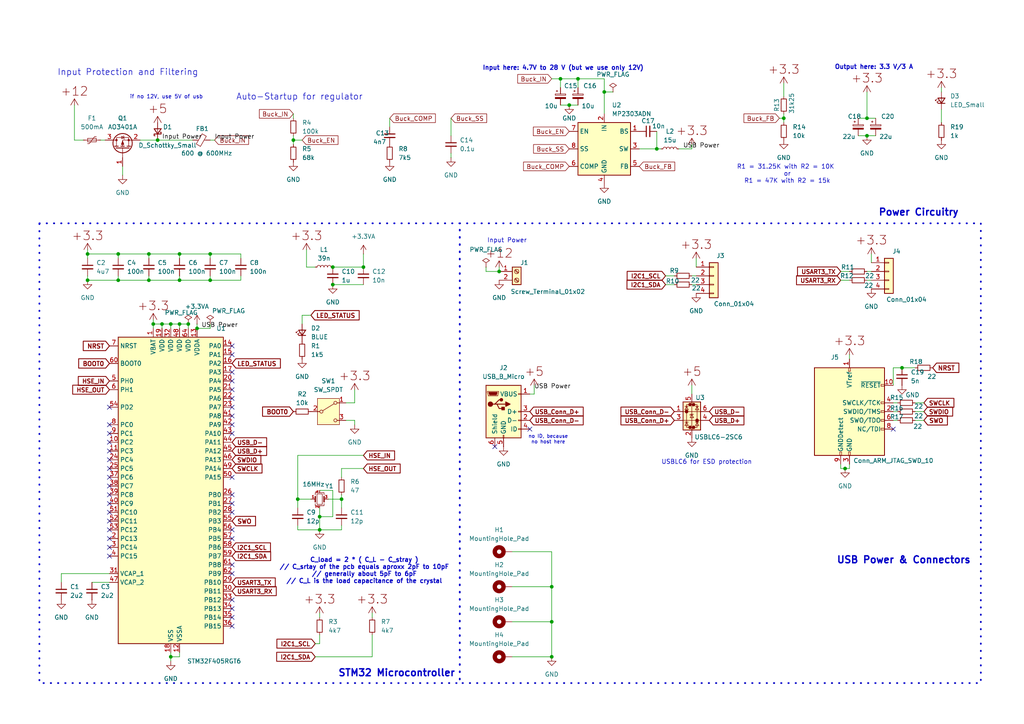
<source format=kicad_sch>
(kicad_sch (version 20231120) (generator "eeschema") (generator_version "8.0")
  (paper "A4")
  (title_block (title "STM32F4 Test Board") (date "2024-04-16") (rev "0.1") (company "MILOUDIAS"))
  (junction (at 44.45 93.98))
  (junction (at 45.72 40.64))
  (junction (at 99.06 144.78))
  (junction (at 165.1 30.48))
  (junction (at 49.53 93.98))
  (junction (at 57.15 95.25))
  (junction (at 52.07 73.66))
  (junction (at 43.18 73.66))
  (junction (at 105.41 77.47))
  (junction (at 86.36 144.78))
  (junction (at 60.96 81.28))
  (junction (at 251.46 39.37))
  (junction (at 92.71 149.86))
  (junction (at 190.5 43.18))
  (junction (at 96.52 77.47))
  (junction (at 25.4 73.66))
  (junction (at 43.18 81.28))
  (junction (at 227.33 34.29))
  (junction (at 175.26 26.67))
  (junction (at 251.46 34.29))
  (junction (at 92.71 153.67))
  (junction (at 34.29 81.28))
  (junction (at 85.09 40.64))
  (junction (at 96.52 82.55))
  (junction (at 162.56 22.86))
  (junction (at 49.53 190.5))
  (junction (at 144.78 78.74))
  (junction (at 25.4 81.28))
  (junction (at 167.64 22.86))
  (junction (at 261.62 106.68))
  (junction (at 54.61 93.98))
  (junction (at 245.11 135.89))
  (junction (at 52.07 93.98))
  (junction (at 160.02 190.5))
  (junction (at 46.99 93.98))
  (junction (at 52.07 81.28))
  (junction (at 60.96 73.66))
  (junction (at 34.29 73.66))
  (junction (at 160.02 170.18))
  (junction (at 160.02 180.34))
  (no_connect (at 67.31 176.53))
  (no_connect (at 31.75 130.81))
  (no_connect (at 67.31 181.61))
  (no_connect (at 31.75 146.05))
  (no_connect (at 67.31 179.07))
  (no_connect (at 67.31 102.87))
  (no_connect (at 31.75 151.13))
  (no_connect (at 67.31 138.43))
  (no_connect (at 31.75 161.29))
  (no_connect (at 67.31 146.05))
  (no_connect (at 31.75 153.67))
  (no_connect (at 67.31 118.11))
  (no_connect (at 67.31 166.37))
  (no_connect (at 67.31 163.83))
  (no_connect (at 67.31 156.21))
  (no_connect (at 31.75 128.27))
  (no_connect (at 67.31 115.57))
  (no_connect (at 67.31 120.65))
  (no_connect (at 67.31 110.49))
  (no_connect (at 31.75 156.21))
  (no_connect (at 31.75 143.51))
  (no_connect (at 67.31 100.33))
  (no_connect (at 31.75 135.89))
  (no_connect (at 31.75 138.43))
  (no_connect (at 31.75 140.97))
  (no_connect (at 67.31 125.73))
  (no_connect (at 31.75 125.73))
  (no_connect (at 153.67 124.46))
  (no_connect (at 31.75 133.35))
  (no_connect (at 67.31 153.67))
  (no_connect (at 67.31 143.51))
  (no_connect (at 67.31 123.19))
  (no_connect (at 67.31 113.03))
  (no_connect (at 67.31 173.99))
  (no_connect (at 67.31 148.59))
  (no_connect (at 143.51 129.54))
  (no_connect (at 31.75 123.19))
  (no_connect (at 259.08 124.46))
  (no_connect (at 67.31 107.95))
  (no_connect (at 31.75 158.75))
  (no_connect (at 31.75 148.59))
  (no_connect (at 31.75 118.11))
  (wire (pts (xy 260.35 119.38) (xy 259.08 119.38)))
  (wire (pts (xy 49.53 93.98) (xy 52.07 93.98)))
  (wire (pts (xy 25.4 72.39) (xy 25.4 73.66)))
  (wire (pts (xy 85.09 40.64) (xy 87.63 40.64)))
  (wire (pts (xy 226.06 34.29) (xy 227.33 34.29)))
  (wire (pts (xy 154.94 114.3) (xy 153.67 114.3)))
  (wire (pts (xy 44.45 93.98) (xy 44.45 95.25)))
  (wire (pts (xy 273.05 25.4) (xy 273.05 26.67)))
  (wire (pts (xy 259.08 111.76) (xy 259.08 106.68)))
  (wire (pts (xy 52.07 73.66) (xy 60.96 73.66)))
  (wire (pts (xy 49.53 93.98) (xy 49.53 95.25)))
  (wire (pts (xy 251.46 26.67) (xy 251.46 34.29)))
  (wire (pts (xy 92.71 177.8) (xy 92.71 179.07)))
  (wire (pts (xy 92.71 153.67) (xy 86.36 153.67)))
  (wire (pts (xy 44.45 92.71) (xy 44.45 93.98)))
  (wire (pts (xy 273.05 31.75) (xy 273.05 35.56)))
  (wire (pts (xy 52.07 81.28) (xy 60.96 81.28)))
  (wire (pts (xy 267.97 119.38) (xy 265.43 119.38)))
  (wire (pts (xy 31.75 168.91) (xy 26.67 168.91)))
  (wire (pts (xy 200.66 111.76) (xy 200.66 114.3)))
  (wire (pts (xy 243.84 78.74) (xy 246.38 78.74)))
  (wire (pts (xy 260.35 116.84) (xy 259.08 116.84)))
  (wire (pts (xy 35.56 48.26) (xy 35.56 50.8)))
  (wire (pts (xy 200.66 82.55) (xy 201.93 82.55)))
  (wire (pts (xy 259.08 106.68) (xy 261.62 106.68)))
  (wire (pts (xy 196.85 43.18) (xy 200.66 43.18)))
  (wire (pts (xy 102.87 116.84) (xy 102.87 113.03)))
  (wire (pts (xy 162.56 25.4) (xy 162.56 22.86)))
  (wire (pts (xy 246.38 135.89) (xy 245.11 135.89)))
  (wire (pts (xy 49.53 189.23) (xy 49.53 190.5)))
  (wire (pts (xy 251.46 81.28) (xy 252.73 81.28)))
  (wire (pts (xy 267.97 121.92) (xy 265.43 121.92)))
  (wire (pts (xy 92.71 149.86) (xy 92.71 153.67)))
  (wire (pts (xy 246.38 134.62) (xy 246.38 135.89)))
  (wire (pts (xy 24.13 40.64) (xy 21.59 40.64)))
  (wire (pts (xy 60.96 80.01) (xy 60.96 81.28)))
  (wire (pts (xy 99.06 144.78) (xy 99.06 147.32)))
  (wire (pts (xy 49.53 190.5) (xy 49.53 191.77)))
  (wire (pts (xy 34.29 80.01) (xy 34.29 81.28)))
  (wire (pts (xy 44.45 93.98) (xy 46.99 93.98)))
  (wire (pts (xy 165.1 30.48) (xy 167.64 30.48)))
  (wire (pts (xy 148.59 180.34) (xy 160.02 180.34)))
  (wire (pts (xy 91.44 77.47) (xy 88.9 77.47)))
  (wire (pts (xy 92.71 142.24) (xy 96.52 142.24)))
  (wire (pts (xy 251.46 78.74) (xy 252.73 78.74)))
  (wire (pts (xy 99.06 153.67) (xy 99.06 152.4)))
  (wire (pts (xy 167.64 22.86) (xy 167.64 25.4)))
  (wire (pts (xy 248.92 39.37) (xy 251.46 39.37)))
  (wire (pts (xy 25.4 81.28) (xy 34.29 81.28)))
  (wire (pts (xy 96.52 82.55) (xy 105.41 82.55)))
  (wire (pts (xy 52.07 93.98) (xy 52.07 95.25)))
  (wire (pts (xy 85.09 39.37) (xy 85.09 40.64)))
  (wire (pts (xy 60.96 81.28) (xy 69.85 81.28)))
  (wire (pts (xy 243.84 81.28) (xy 246.38 81.28)))
  (wire (pts (xy 99.06 143.51) (xy 99.06 144.78)))
  (wire (pts (xy 86.36 144.78) (xy 90.17 144.78)))
  (wire (pts (xy 201.93 74.93) (xy 201.93 77.47)))
  (wire (pts (xy 193.04 82.55) (xy 195.58 82.55)))
  (wire (pts (xy 227.33 34.29) (xy 227.33 35.56)))
  (wire (pts (xy 60.96 73.66) (xy 69.85 73.66)))
  (wire (pts (xy 92.71 153.67) (xy 99.06 153.67)))
  (wire (pts (xy 267.97 116.84) (xy 265.43 116.84)))
  (wire (pts (xy 175.26 26.67) (xy 177.8 26.67)))
  (wire (pts (xy 54.61 93.98) (xy 54.61 95.25)))
  (wire (pts (xy 17.78 166.37) (xy 31.75 166.37)))
  (wire (pts (xy 160.02 170.18) (xy 160.02 180.34)))
  (wire (pts (xy 34.29 73.66) (xy 34.29 74.93)))
  (wire (pts (xy 96.52 142.24) (xy 96.52 149.86)))
  (wire (pts (xy 69.85 73.66) (xy 69.85 74.93)))
  (wire (pts (xy 148.59 170.18) (xy 160.02 170.18)))
  (wire (pts (xy 261.62 106.68) (xy 265.43 106.68)))
  (wire (pts (xy 193.04 80.01) (xy 195.58 80.01)))
  (wire (pts (xy 46.99 93.98) (xy 49.53 93.98)))
  (wire (pts (xy 160.02 160.02) (xy 148.59 160.02)))
  (wire (pts (xy 60.96 73.66) (xy 60.96 74.93)))
  (wire (pts (xy 251.46 39.37) (xy 254 39.37)))
  (wire (pts (xy 140.97 78.74) (xy 144.78 78.74)))
  (wire (pts (xy 200.66 43.18) (xy 200.66 41.91)))
  (wire (pts (xy 162.56 30.48) (xy 165.1 30.48)))
  (wire (pts (xy 91.44 190.5) (xy 107.95 190.5)))
  (wire (pts (xy 175.26 26.67) (xy 175.26 22.86)))
  (wire (pts (xy 105.41 73.66) (xy 105.41 77.47)))
  (wire (pts (xy 52.07 73.66) (xy 52.07 74.93)))
  (wire (pts (xy 190.5 43.18) (xy 191.77 43.18)))
  (wire (pts (xy 260.35 121.92) (xy 259.08 121.92)))
  (wire (pts (xy 57.15 93.98) (xy 57.15 95.25)))
  (wire (pts (xy 60.96 40.64) (xy 62.23 40.64)))
  (wire (pts (xy 190.5 38.1) (xy 190.5 43.18)))
  (wire (pts (xy 57.15 95.25) (xy 60.96 95.25)))
  (wire (pts (xy 43.18 73.66) (xy 52.07 73.66)))
  (wire (pts (xy 21.59 40.64) (xy 21.59 30.48)))
  (wire (pts (xy 95.25 144.78) (xy 99.06 144.78)))
  (wire (pts (xy 40.64 40.64) (xy 45.72 40.64)))
  (wire (pts (xy 175.26 33.02) (xy 175.26 26.67)))
  (wire (pts (xy 52.07 190.5) (xy 52.07 189.23)))
  (wire (pts (xy 252.73 73.66) (xy 252.73 76.2)))
  (wire (pts (xy 60.96 93.98) (xy 60.96 95.25)))
  (wire (pts (xy 46.99 93.98) (xy 46.99 95.25)))
  (wire (pts (xy 185.42 43.18) (xy 190.5 43.18)))
  (wire (pts (xy 246.38 102.87) (xy 246.38 104.14)))
  (wire (pts (xy 130.81 44.45) (xy 130.81 45.72)))
  (wire (pts (xy 34.29 81.28) (xy 43.18 81.28)))
  (wire (pts (xy 160.02 170.18) (xy 160.02 160.02)))
  (wire (pts (xy 162.56 22.86) (xy 167.64 22.86)))
  (wire (pts (xy 25.4 80.01) (xy 25.4 81.28)))
  (wire (pts (xy 43.18 73.66) (xy 43.18 74.93)))
  (wire (pts (xy 227.33 33.02) (xy 227.33 34.29)))
  (wire (pts (xy 52.07 80.01) (xy 52.07 81.28)))
  (wire (pts (xy 248.92 34.29) (xy 251.46 34.29)))
  (wire (pts (xy 160.02 22.86) (xy 162.56 22.86)))
  (wire (pts (xy 92.71 147.32) (xy 92.71 149.86)))
  (wire (pts (xy 34.29 73.66) (xy 43.18 73.66)))
  (wire (pts (xy 102.87 123.19) (xy 102.87 121.92)))
  (wire (pts (xy 160.02 180.34) (xy 160.02 190.5)))
  (wire (pts (xy 175.26 22.86) (xy 167.64 22.86)))
  (wire (pts (xy 45.72 40.64) (xy 55.88 40.64)))
  (wire (pts (xy 140.97 77.47) (xy 140.97 78.74)))
  (wire (pts (xy 107.95 190.5) (xy 107.95 184.15)))
  (wire (pts (xy 90.17 91.44) (xy 87.63 91.44)))
  (wire (pts (xy 100.33 116.84) (xy 102.87 116.84)))
  (wire (pts (xy 148.59 190.5) (xy 160.02 190.5)))
  (wire (pts (xy 43.18 81.28) (xy 52.07 81.28)))
  (wire (pts (xy 86.36 132.08) (xy 86.36 144.78)))
  (wire (pts (xy 200.66 80.01) (xy 201.93 80.01)))
  (wire (pts (xy 243.84 134.62) (xy 243.84 135.89)))
  (wire (pts (xy 105.41 132.08) (xy 86.36 132.08)))
  (wire (pts (xy 243.84 135.89) (xy 245.11 135.89)))
  (wire (pts (xy 227.33 24.13) (xy 227.33 27.94)))
  (wire (pts (xy 86.36 153.67) (xy 86.36 152.4)))
  (wire (pts (xy 85.09 33.02) (xy 85.09 34.29)))
  (wire (pts (xy 96.52 149.86) (xy 92.71 149.86)))
  (wire (pts (xy 43.18 80.01) (xy 43.18 81.28)))
  (wire (pts (xy 17.78 166.37) (xy 17.78 168.91)))
  (wire (pts (xy 107.95 177.8) (xy 107.95 179.07)))
  (wire (pts (xy 86.36 147.32) (xy 86.36 144.78)))
  (wire (pts (xy 25.4 73.66) (xy 25.4 74.93)))
  (wire (pts (xy 96.52 77.47) (xy 105.41 77.47)))
  (wire (pts (xy 92.71 186.69) (xy 92.71 184.15)))
  (wire (pts (xy 88.9 77.47) (xy 88.9 72.39)))
  (wire (pts (xy 99.06 135.89) (xy 105.41 135.89)))
  (wire (pts (xy 102.87 121.92) (xy 100.33 121.92)))
  (wire (pts (xy 113.03 34.29) (xy 113.03 36.83)))
  (wire (pts (xy 49.53 190.5) (xy 52.07 190.5)))
  (wire (pts (xy 52.07 93.98) (xy 54.61 93.98)))
  (wire (pts (xy 29.21 40.64) (xy 30.48 40.64)))
  (wire (pts (xy 144.78 77.47) (xy 144.78 78.74)))
  (wire (pts (xy 25.4 73.66) (xy 34.29 73.66)))
  (wire (pts (xy 91.44 186.69) (xy 92.71 186.69)))
  (wire (pts (xy 85.09 40.64) (xy 85.09 41.91)))
  (wire (pts (xy 69.85 81.28) (xy 69.85 80.01)))
  (wire (pts (xy 99.06 138.43) (xy 99.06 135.89)))
  (wire (pts (xy 130.81 34.29) (xy 130.81 39.37)))
  (wire (pts (xy 251.46 34.29) (xy 254 34.29)))
  (wire (pts (xy 87.63 91.44) (xy 87.63 93.98)))
  (wire (pts (xy 154.94 111.76) (xy 154.94 114.3)))
  (rectangle (start 133.35 64.77) (end 284.48 198.12) (stroke (width 0.5) (type dot)))
  (rectangle (start 11.43 64.77) (end 133.35 198.12) (stroke (width 0.5) (type dot)))
  (text "Input here: 4.7V to 28 V (but we use only 12V) " (at 163.83 19.812 0) (effects (font (size 1.27 1.27) (bold yes))))
  (text "Power Circuitry" (at 266.446 61.722 0) (effects (font (size 2 2) (bold yes))))
  (text "Input Protection and Filtering" (at 37.084 21.082 0) (effects (font (size 1.8 1.8))))
  (text "USB Power & Connectors" (at 262.128 162.56 0) (effects (font (size 2 2) (bold yes))))
  (text "if no 12V, use 5V of usb" (at 48.26 28.194 0) (effects (font (size 1.1 1.1))))
  (text "Output here: 3.3 V/3 A" (at 253.492 19.558 0) (effects (font (size 1.27 1.27) (bold yes))))
  (text "STM32 Microcontroller" (at 115.062 195.326 0) (effects (font (size 2 2) (bold yes))))
  (text "R1 = 31.25K with R2 = 10K \nor\nR1 = 47K with R2 = 15k" (at 228.346 50.546 0) (effects (font (size 1.27 1.27))))
  (text "C_load = 2 * ( C_L - C_stray )\n// C_srtay of the pcb equals aproxx 2pF to 10pF\n// generally about 5pF to 6pF\n// C_L is the load capacitance of the crystal" (at 105.664 165.608 0) (effects (font (size 1.27 1.27) (thickness 0.254) (bold yes))))
  (text "no ID, because\nno host here" (at 159.004 127.508 0) (effects (font (size 1 1))))
  (text "USBLC6 for ESD protection" (at 204.978 134.112 0) (effects (font (size 1.27 1.27))))
  (text "Input Power" (at 147.066 69.85 0) (effects (font (size 1.27 1.27))))
  (text "Auto-Startup for regulator" (at 86.868 28.194 0) (effects (font (size 1.8 1.8))))
  (label "USB Power" (at 198.12 43.18 0))
  (label "Input Power" (at 62.23 40.64 0))
  (label "USB Power" (at 154.94 113.03 0))
  (label "Input Power" (at 46.99 40.64 0))
  (label "USB Power" (at 58.42 95.25 0))
  (global_label "SWDIO" (shape input) (at 67.31 133.35 0) (effects (font (size 1.22 1.22) (bold yes))) (property "Intersheetrefs" "${INTERSHEET_REFS}" (effects (hide yes))))
  (global_label "Buck_EN" (shape input) (at 87.63 40.64 0) (property "Intersheetrefs" "${INTERSHEET_REFS}" (effects (hide yes))))
  (global_label "USART3_RX" (shape input) (at 67.31 171.45 0) (effects (font (size 1.22 1.22) (bold yes))) (property "Intersheetrefs" "${INTERSHEET_REFS}" (effects (hide yes))))
  (global_label "Buck_FB" (shape input) (at 226.06 34.29 180) (property "Intersheetrefs" "${INTERSHEET_REFS}" (effects (hide yes))))
  (global_label "SWDIO" (shape input) (at 267.97 119.38 0) (effects (font (size 1.22 1.22) (bold yes))) (property "Intersheetrefs" "${INTERSHEET_REFS}" (effects (hide yes))))
  (global_label "BOOT0" (shape input) (at 85.09 119.38 180) (effects (font (thickness 0.254) (bold yes))) (property "Intersheetrefs" "${INTERSHEET_REFS}" (effects (hide yes))))
  (global_label "HSE_OUT" (shape input) (at 31.75 113.03 180) (effects (font (size 1.22 1.22) (bold yes))) (property "Intersheetrefs" "${INTERSHEET_REFS}" (effects (hide yes))))
  (global_label "I2C1_SDA" (shape input) (at 67.31 161.29 0) (effects (font (size 1.22 1.22) (bold yes))) (property "Intersheetrefs" "${INTERSHEET_REFS}" (effects (hide yes))))
  (global_label "USB_D-" (shape input) (at 67.31 128.27 0) (effects (font (size 1.22 1.22) (bold yes))) (property "Intersheetrefs" "${INTERSHEET_REFS}" (effects (hide yes))))
  (global_label "SWCLK" (shape input) (at 267.97 116.84 0) (effects (font (size 1.22 1.22) (bold yes))) (property "Intersheetrefs" "${INTERSHEET_REFS}" (effects (hide yes))))
  (global_label "Buck_IN" (shape input) (at 85.09 33.02 180) (property "Intersheetrefs" "${INTERSHEET_REFS}" (effects (hide yes))))
  (global_label "USB_D+" (shape input) (at 205.74 121.92 0) (effects (font (size 1.22 1.22) (bold yes))) (property "Intersheetrefs" "${INTERSHEET_REFS}" (effects (hide yes))))
  (global_label "Buck_COMP" (shape input) (at 113.03 34.29 0) (property "Intersheetrefs" "${INTERSHEET_REFS}" (effects (hide yes))))
  (global_label "USB_Conn_D-" (shape input) (at 195.58 119.38 180) (effects (font (size 1.22 1.22) (bold yes))) (property "Intersheetrefs" "${INTERSHEET_REFS}" (effects (hide yes))))
  (global_label "Buck_IN" (shape input) (at 62.23 40.64 0) (property "Intersheetrefs" "${INTERSHEET_REFS}" (effects (hide yes))))
  (global_label "I2C1_SDA" (shape input) (at 91.44 190.5 180) (effects (font (size 1.22 1.22) (bold yes))) (property "Intersheetrefs" "${INTERSHEET_REFS}" (effects (hide yes))))
  (global_label "USB_Conn_D+" (shape input) (at 195.58 121.92 180) (effects (font (size 1.22 1.22) (bold yes))) (property "Intersheetrefs" "${INTERSHEET_REFS}" (effects (hide yes))))
  (global_label "HSE_IN" (shape input) (at 105.41 132.08 0) (effects (font (size 1.22 1.22) (bold yes))) (property "Intersheetrefs" "${INTERSHEET_REFS}" (effects (hide yes))))
  (global_label "Buck_COMP" (shape input) (at 165.1 48.26 180) (property "Intersheetrefs" "${INTERSHEET_REFS}" (effects (hide yes))))
  (global_label "NRST" (shape input) (at 31.75 100.33 180) (effects (font (thickness 0.254) (bold yes))) (property "Intersheetrefs" "${INTERSHEET_REFS}" (effects (hide yes))))
  (global_label "USART3_TX" (shape input) (at 67.31 168.91 0) (effects (font (size 1.22 1.22) (bold yes))) (property "Intersheetrefs" "${INTERSHEET_REFS}" (effects (hide yes))))
  (global_label "I2C1_SCL" (shape input) (at 67.31 158.75 0) (effects (font (size 1.22 1.22) (bold yes))) (property "Intersheetrefs" "${INTERSHEET_REFS}" (effects (hide yes))))
  (global_label "Buck_FB" (shape input) (at 185.42 48.26 0) (property "Intersheetrefs" "${INTERSHEET_REFS}" (effects (hide yes))))
  (global_label "Buck_SS" (shape input) (at 165.1 43.18 180) (property "Intersheetrefs" "${INTERSHEET_REFS}" (effects (hide yes))))
  (global_label "USART3_TX" (shape input) (at 243.84 78.74 180) (effects (font (size 1.22 1.22) (bold yes))) (property "Intersheetrefs" "${INTERSHEET_REFS}" (effects (hide yes))))
  (global_label "Buck_EN" (shape input) (at 165.1 38.1 180) (property "Intersheetrefs" "${INTERSHEET_REFS}" (effects (hide yes))))
  (global_label "SWCLK" (shape input) (at 67.31 135.89 0) (effects (font (size 1.22 1.22) (bold yes))) (property "Intersheetrefs" "${INTERSHEET_REFS}" (effects (hide yes))))
  (global_label "Buck_SS" (shape input) (at 130.81 34.29 0) (property "Intersheetrefs" "${INTERSHEET_REFS}" (effects (hide yes))))
  (global_label "SWO" (shape input) (at 267.97 121.92 0) (effects (font (bold yes))) (property "Intersheetrefs" "${INTERSHEET_REFS}" (effects (hide yes))))
  (global_label "LED_STATUS" (shape input) (at 67.31 105.41 0) (effects (font (bold yes))) (property "Intersheetrefs" "${INTERSHEET_REFS}" (effects (hide yes))))
  (global_label "NRST" (shape input) (at 270.51 106.68 0) (effects (font (thickness 0.254) (bold yes))) (property "Intersheetrefs" "${INTERSHEET_REFS}" (effects (hide yes))))
  (global_label "USB_D+" (shape input) (at 67.31 130.81 0) (effects (font (size 1.22 1.22) (bold yes))) (property "Intersheetrefs" "${INTERSHEET_REFS}" (effects (hide yes))))
  (global_label "HSE_IN" (shape input) (at 31.75 110.49 180) (effects (font (size 1.22 1.22) (bold yes))) (property "Intersheetrefs" "${INTERSHEET_REFS}" (effects (hide yes))))
  (global_label "USART3_RX" (shape input) (at 243.84 81.28 180) (effects (font (size 1.22 1.22) (bold yes))) (property "Intersheetrefs" "${INTERSHEET_REFS}" (effects (hide yes))))
  (global_label "USB_Conn_D-" (shape input) (at 153.67 121.92 0) (effects (font (size 1.22 1.22) (bold yes))) (property "Intersheetrefs" "${INTERSHEET_REFS}" (effects (hide yes))))
  (global_label "HSE_OUT" (shape input) (at 105.41 135.89 0) (effects (font (size 1.22 1.22) (bold yes))) (property "Intersheetrefs" "${INTERSHEET_REFS}" (effects (hide yes))))
  (global_label "BOOT0" (shape input) (at 31.75 105.41 180) (effects (font (thickness 0.254) (bold yes))) (property "Intersheetrefs" "${INTERSHEET_REFS}" (effects (hide yes))))
  (global_label "USB_Conn_D+" (shape input) (at 153.67 119.38 0) (effects (font (size 1.22 1.22) (bold yes))) (property "Intersheetrefs" "${INTERSHEET_REFS}" (effects (hide yes))))
  (global_label "LED_STATUS" (shape input) (at 90.17 91.44 0) (effects (font (bold yes))) (property "Intersheetrefs" "${INTERSHEET_REFS}" (effects (hide yes))))
  (global_label "I2C1_SCL" (shape input) (at 193.04 80.01 180) (effects (font (size 1.22 1.22) (bold yes))) (property "Intersheetrefs" "${INTERSHEET_REFS}" (effects (hide yes))))
  (global_label "SWO" (shape input) (at 67.31 151.13 0) (effects (font (bold yes))) (property "Intersheetrefs" "${INTERSHEET_REFS}" (effects (hide yes))))
  (global_label "Buck_IN" (shape input) (at 160.02 22.86 180) (property "Intersheetrefs" "${INTERSHEET_REFS}" (effects (hide yes))))
  (global_label "I2C1_SCL" (shape input) (at 91.44 186.69 180) (effects (font (size 1.22 1.22) (bold yes))) (property "Intersheetrefs" "${INTERSHEET_REFS}" (effects (hide yes))))
  (global_label "I2C1_SDA" (shape input) (at 193.04 82.55 180) (effects (font (size 1.22 1.22) (bold yes))) (property "Intersheetrefs" "${INTERSHEET_REFS}" (effects (hide yes))))
  (global_label "USB_D-" (shape input) (at 205.74 119.38 0) (effects (font (size 1.22 1.22) (bold yes))) (property "Intersheetrefs" "${INTERSHEET_REFS}" (effects (hide yes))))
  (symbol (lib_id "Mechanical:MountingHole_Pad") (at 146.05 180.34 90) (unit 1) (exclude_from_sim yes) (in_bom no)
    (property "Reference" "H3" (at 144.78 173.99 90))
    (property "Value" "MountingHole_Pad" (at 144.78 176.53 90))
    (property "Footprint" "MountingHole:MountingHole_2.2mm_M2_ISO7380_Pad" (effects (hide yes)))
    (property "Description" "Mounting Hole with connection" (effects (hide yes)))
  )
  (symbol (lib_id "MCU_ST_STM32F4:STM32F405RGTx") (at 49.53 143.51 0) (unit 1)
    (property "Reference" "U1" (at 62.738 95.25 0) (effects (justify left)))
    (property "Value" "STM32F405RGT6" (at 54.2641 191.77 0) (effects (justify left)))
    (property "Footprint" "Package_QFP:LQFP-64_10x10mm_P0.5mm" (effects (hide yes)))
    (property "Datasheet" "https://www.st.com/resource/en/datasheet/stm32f405rg.pdf" (effects (hide yes)))
    (property "Description" "STMicroelectronics Arm Cortex-M4 MCU, 1024KB flash, 192KB RAM, 168 MHz, 1.8-3.6V, 51 GPIO, LQFP64" (effects (hide yes)))
  )
  (symbol (lib_id "Device:R_Small") (at 262.89 116.84 270) (unit 1)
    (property "Reference" "R15" (at 260.096 115.316 90))
    (property "Value" "22" (at 266.446 117.856 90))
    (property "Footprint" "Resistor_SMD:R_0402_1005Metric_Pad0.72x0.64mm_HandSolder" (effects (hide yes)))
    (property "Description" "Resistor, small symbol" (effects (hide yes)))
  )
  (symbol (lib_id "Device:C_Small") (at 60.96 77.47 0) (unit 1)
    (property "Reference" "C7" (at 63.5 76.2062 0) (effects (justify left)))
    (property "Value" "100n" (at 63.5 78.7462 0) (effects (justify left)))
    (property "Footprint" "Capacitor_SMD:C_0201_0603Metric_Pad0.64x0.40mm_HandSolder" (effects (hide yes)))
    (property "Description" "Unpolarized capacitor, small symbol" (effects (hide yes)))
  )
  (symbol (lib_id "Connector:USB_B_Micro") (at 146.05 119.38 0) (unit 1)
    (property "Reference" "J2" (at 146.05 106.68 0))
    (property "Value" "USB_B_Micro" (at 146.05 109.22 0))
    (property "Footprint" "Connector_USB:USB_Micro-AB_Molex_47590-0001" (effects (hide yes)))
    (property "Description" "USB Micro Type B connector" (effects (hide yes)))
  )
  (symbol (lib_id "Device:C_Small") (at 43.18 77.47 0) (unit 1)
    (property "Reference" "C5" (at 45.72 76.2062 0) (effects (justify left)))
    (property "Value" "100n" (at 45.72 78.7462 0) (effects (justify left)))
    (property "Footprint" "Capacitor_SMD:C_0201_0603Metric_Pad0.64x0.40mm_HandSolder" (effects (hide yes)))
    (property "Description" "Unpolarized capacitor, small symbol" (effects (hide yes)))
  )
  (symbol (lib_id "Device:Polyfuse_Small") (at 26.67 40.64 90) (unit 1)
    (property "Reference" "F1" (at 26.67 34.29 90))
    (property "Value" "500mA" (at 26.67 36.83 90))
    (property "Footprint" "Fuse:Fuse_1206_3216Metric_Pad1.42x1.75mm_HandSolder" (effects (hide yes)))
    (property "Description" "Resettable fuse, polymeric positive temperature coefficient, small symbol" (effects (hide yes)))
  )
  (symbol (lib_id "Device:C_Small") (at 130.81 41.91 0) (unit 1)
    (property "Reference" "C14" (at 133.35 40.6462 0) (effects (justify left)))
    (property "Value" "0.1u" (at 133.35 43.1862 0) (effects (justify left)))
    (property "Footprint" "Capacitor_SMD:C_0201_0603Metric_Pad0.64x0.40mm_HandSolder" (effects (hide yes)))
    (property "Description" "Unpolarized capacitor, small symbol" (effects (hide yes)))
  )
  (symbol (lib_id "Device:R_Small") (at 267.97 106.68 270) (unit 1)
    (property "Reference" "R18" (at 265.684 104.902 90))
    (property "Value" "22" (at 270.256 109.22 90))
    (property "Footprint" "Resistor_SMD:R_0402_1005Metric_Pad0.72x0.64mm_HandSolder" (effects (hide yes)))
    (property "Description" "Resistor, small symbol" (effects (hide yes)))
  )
  (symbol (lib_id "Device:C_Small") (at 86.36 149.86 0) (unit 1)
    (property "Reference" "C9" (at 88.9 148.5962 0) (effects (justify left)))
    (property "Value" "12p" (at 88.9 151.1362 0) (effects (justify left)))
    (property "Footprint" "Capacitor_SMD:C_0201_0603Metric_Pad0.64x0.40mm_HandSolder" (effects (hide yes)))
    (property "Description" "Unpolarized capacitor, small symbol" (effects (hide yes)))
  )
  (symbol (lib_id "PCM_Generic:P,+12") (at 144.78 77.47 0) (unit 1)
    (property "Reference" "#PWR023" (effects (hide yes)))
    (property "Value" "P,+12" (effects (hide yes)))
    (property "Description" "+12 positive potential/voltage (global DC power supply node)" (effects (hide yes)))
  )
  (symbol (lib_id "Device:C_Small") (at 69.85 77.47 0) (unit 1)
    (property "Reference" "C8" (at 72.39 76.2062 0) (effects (justify left)))
    (property "Value" "100n" (at 72.39 78.7462 0) (effects (justify left)))
    (property "Footprint" "Capacitor_SMD:C_0201_0603Metric_Pad0.64x0.40mm_HandSolder" (effects (hide yes)))
    (property "Description" "Unpolarized capacitor, small symbol" (effects (hide yes)))
  )
  (symbol (lib_id "Device:LED_Small") (at 87.63 96.52 90) (unit 1)
    (property "Reference" "D2" (at 90.17 95.1864 90) (effects (justify right)))
    (property "Value" "BLUE" (at 90.17 97.7264 90) (effects (justify right)))
    (property "Footprint" "LED_SMD:LED_0603_1608Metric_Pad1.05x0.95mm_HandSolder" (effects (hide yes)))
    (property "Description" "Light emitting diode, small symbol" (effects (hide yes)))
  )
  (symbol (lib_id "power:GND") (at 200.66 127 0) (unit 1)
    (property "Reference" "#PWR032" (effects (hide yes)))
    (property "Value" "GND" (at 200.66 132.08 0))
    (property "Description" "Power symbol creates a global label with name \"GND\" , ground" (effects (hide yes)))
  )
  (symbol (lib_id "Connector_Generic:Conn_01x04") (at 207.01 80.01 0) (unit 1)
    (property "Reference" "J3" (at 207.772 74.168 0) (effects (justify left)))
    (property "Value" "Conn_01x04" (at 207.01 88.138 0) (effects (justify left)))
    (property "Footprint" "Connector:FanPinHeader_1x04_P2.54mm_Vertical" (effects (hide yes)))
    (property "Description" "Generic connector, single row, 01x04, script generated (kicad-library-utils/schlib/autogen/connector/)" (effects (hide yes)))
  )
  (symbol (lib_id "power:GND") (at 85.09 46.99 0) (unit 1)
    (property "Reference" "#PWR016" (effects (hide yes)))
    (property "Value" "GND" (at 85.09 52.07 0))
    (property "Description" "Power symbol creates a global label with name \"GND\" , ground" (effects (hide yes)))
  )
  (symbol (lib_id "Device:R_Small") (at 248.92 81.28 270) (unit 1)
    (property "Reference" "R12" (at 245.618 80.01 90))
    (property "Value" "22" (at 251.968 82.804 90))
    (property "Footprint" "Resistor_SMD:R_0402_1005Metric_Pad0.72x0.64mm_HandSolder" (effects (hide yes)))
    (property "Description" "Resistor, small symbol" (effects (hide yes)))
  )
  (symbol (lib_id "Device:C_Small") (at 25.4 77.47 0) (unit 1)
    (property "Reference" "C2" (at 27.94 76.2062 0) (effects (justify left)))
    (property "Value" "4u7" (at 27.94 78.7462 0) (effects (justify left)))
    (property "Footprint" "Capacitor_SMD:C_1206_3216Metric_Pad1.33x1.80mm_HandSolder" (effects (hide yes)))
    (property "Description" "Unpolarized capacitor, small symbol" (effects (hide yes)))
  )
  (symbol (lib_id "PCM_Generic:P,+3.3") (at 44.45 92.71 0) (unit 1)
    (property "Reference" "#PWR07" (effects (hide yes)))
    (property "Value" "P,+3.3" (effects (hide yes)))
    (property "Description" "+3.3 positive potential/voltage (global DC power supply node)" (effects (hide yes)))
  )
  (symbol (lib_id "PCM_Generic:P,+3.3") (at 227.33 24.13 0) (unit 1)
    (property "Reference" "#PWR043" (effects (hide yes)))
    (property "Value" "P,+3.3" (effects (hide yes)))
    (property "Description" "+3.3 positive potential/voltage (global DC power supply node)" (effects (hide yes)))
  )
  (symbol (lib_id "Device:C_Small") (at 261.62 109.22 0) (unit 1)
    (property "Reference" "C19" (at 264.16 107.9562 0) (effects (justify left)))
    (property "Value" "5n" (at 264.16 110.4962 0) (effects (justify left)))
    (property "Footprint" "Capacitor_SMD:C_0201_0603Metric_Pad0.64x0.40mm_HandSolder" (effects (hide yes)))
    (property "Description" "Unpolarized capacitor, small symbol" (effects (hide yes)))
  )
  (symbol (lib_id "power:GND") (at 144.78 81.28 0) (unit 1)
    (property "Reference" "#PWR024" (effects (hide yes)))
    (property "Value" "GND" (at 144.78 86.36 0))
    (property "Description" "Power symbol creates a global label with name \"GND\" , ground" (effects (hide yes)))
  )
  (symbol (lib_id "Device:C_Small") (at 99.06 149.86 0) (unit 1)
    (property "Reference" "C11" (at 101.6 148.5962 0) (effects (justify left)))
    (property "Value" "12p" (at 101.6 151.1362 0) (effects (justify left)))
    (property "Footprint" "Capacitor_SMD:C_0201_0603Metric_Pad0.64x0.40mm_HandSolder" (effects (hide yes)))
    (property "Description" "Unpolarized capacitor, small symbol" (effects (hide yes)))
  )
  (symbol (lib_id "Device:R_Small") (at 85.09 44.45 180) (unit 1)
    (property "Reference" "R5" (at 87.63 43.1799 0) (effects (justify right)))
    (property "Value" "68k" (at 87.63 45.7199 0) (effects (justify right)))
    (property "Footprint" "Resistor_SMD:R_0603_1608Metric_Pad0.98x0.95mm_HandSolder" (effects (hide yes)))
    (property "Description" "Resistor, small symbol" (effects (hide yes)))
  )
  (symbol (lib_id "Device:C_Small") (at 96.52 80.01 0) (unit 1)
    (property "Reference" "C10" (at 99.06 78.7462 0) (effects (justify left)))
    (property "Value" "1u" (at 99.06 81.2862 0) (effects (justify left)))
    (property "Footprint" "Capacitor_SMD:C_1206_3216Metric_Pad1.33x1.80mm_HandSolder" (effects (hide yes)))
    (property "Description" "Unpolarized capacitor, small symbol" (effects (hide yes)))
  )
  (symbol (lib_id "Device:R_Small") (at 99.06 140.97 0) (unit 1)
    (property "Reference" "R6" (at 101.6 139.6999 0) (effects (justify left)))
    (property "Value" "47" (at 101.6 142.2399 0) (effects (justify left)))
    (property "Footprint" "Resistor_SMD:R_0402_1005Metric_Pad0.72x0.64mm_HandSolder" (effects (hide yes)))
    (property "Description" "Resistor, small symbol" (effects (hide yes)))
  )
  (symbol (lib_id "PCM_Generic:P,+3.3") (at 107.95 177.8 0) (unit 1)
    (property "Reference" "#PWR020" (effects (hide yes)))
    (property "Value" "P,+3.3" (effects (hide yes)))
    (property "Description" "+3.3 positive potential/voltage (global DC power supply node)" (effects (hide yes)))
  )
  (symbol (lib_id "Device:R_Small") (at 198.12 82.55 270) (unit 1)
    (property "Reference" "R10" (at 195.072 81.534 90))
    (property "Value" "22" (at 201.93 83.566 90))
    (property "Footprint" "Resistor_SMD:R_0402_1005Metric_Pad0.72x0.64mm_HandSolder" (effects (hide yes)))
    (property "Description" "Resistor, small symbol" (effects (hide yes)))
  )
  (symbol (lib_id "PCM_Generic:P,+3.3") (at 273.05 25.4 0) (unit 1)
    (property "Reference" "#PWR041" (effects (hide yes)))
    (property "Value" "P,+3.3" (effects (hide yes)))
    (property "Description" "+3.3 positive potential/voltage (global DC power supply node)" (effects (hide yes)))
  )
  (symbol (lib_id "Connector_Generic:Conn_01x04") (at 257.81 78.74 0) (unit 1)
    (property "Reference" "J4" (at 258.826 72.898 0) (effects (justify left)))
    (property "Value" "Conn_01x04" (at 257.048 86.868 0) (effects (justify left)))
    (property "Footprint" "Connector:FanPinHeader_1x04_P2.54mm_Vertical" (effects (hide yes)))
    (property "Description" "Generic connector, single row, 01x04, script generated (kicad-library-utils/schlib/autogen/connector/)" (effects (hide yes)))
  )
  (symbol (lib_id "PCM_Generic:P,+12") (at 21.59 30.48 0) (unit 1)
    (property "Reference" "#PWR02" (effects (hide yes)))
    (property "Value" "P,+12" (effects (hide yes)))
    (property "Description" "+12 positive potential/voltage (global DC power supply node)" (effects (hide yes)))
  )
  (symbol (lib_id "power:GND") (at 273.05 40.64 0) (unit 1)
    (property "Reference" "#PWR042" (effects (hide yes)))
    (property "Value" "GND" (at 273.05 45.72 0))
    (property "Description" "Power symbol creates a global label with name \"GND\" , ground" (effects (hide yes)))
  )
  (symbol (lib_id "Device:R_Small") (at 273.05 38.1 180) (unit 1)
    (property "Reference" "R19" (at 275.59 36.8299 0) (effects (justify right)))
    (property "Value" "1k" (at 275.59 39.3699 0) (effects (justify right)))
    (property "Footprint" "Resistor_SMD:R_0603_1608Metric_Pad0.98x0.95mm_HandSolder" (effects (hide yes)))
    (property "Description" "Resistor, small symbol" (effects (hide yes)))
  )
  (symbol (lib_id "Power_Protection:USBLC6-2SC6") (at 200.66 119.38 0) (unit 1)
    (property "Reference" "U3" (at 201.676 115.316 0) (effects (justify left)))
    (property "Value" "USBLC6-2SC6" (at 201.422 126.746 0) (effects (justify left)))
    (property "Footprint" "Package_TO_SOT_SMD:SOT-23-6" (effects (hide yes)))
    (property "Datasheet" "https://www.st.com/resource/en/datasheet/usblc6-2.pdf" (effects (hide yes)))
    (property "Description" "Very low capacitance ESD protection diode, 2 data-line, SOT-23-6" (effects (hide yes)))
  )
  (symbol (lib_id "Device:R_Small") (at 87.63 119.38 90) (unit 1)
    (property "Reference" "R2" (at 87.63 114.3 90))
    (property "Value" "10k" (at 87.63 116.84 90))
    (property "Footprint" "Resistor_SMD:R_0603_1608Metric_Pad0.98x0.95mm_HandSolder" (effects (hide yes)))
    (property "Description" "Resistor, small symbol" (effects (hide yes)))
  )
  (symbol (lib_id "Device:C_Polarized_Small") (at 167.64 27.94 0) (unit 1)
    (property "Reference" "C16" (at 169.164 24.892 0) (effects (justify left)))
    (property "Value" "10u" (at 168.656 30.734 0) (effects (justify left)))
    (property "Footprint" "Capacitor_SMD:C_1206_3216Metric_Pad1.33x1.80mm_HandSolder" (effects (hide yes)))
    (property "Description" "Polarized capacitor, small symbol" (effects (hide yes)))
  )
  (symbol (lib_id "power:GND") (at 17.78 173.99 0) (unit 1)
    (property "Reference" "#PWR01" (effects (hide yes)))
    (property "Value" "GND" (at 17.78 179.07 0))
    (property "Description" "Power symbol creates a global label with name \"GND\" , ground" (effects (hide yes)))
  )
  (symbol (lib_id "Transistor_FET:AO3401A") (at 35.56 43.18 90) (unit 1)
    (property "Reference" "Q1" (at 35.56 34.29 90))
    (property "Value" "AO3401A" (at 35.56 36.83 90))
    (property "Footprint" "Package_TO_SOT_SMD:SOT-23" (effects (hide yes)))
    (property "Datasheet" "http://www.aosmd.com/pdfs/datasheet/AO3401A.pdf" (effects (hide yes)))
    (property "Description" "-4.0A Id, -30V Vds, P-Channel MOSFET, SOT-23" (effects (hide yes)))
  )
  (symbol (lib_id "power:GND") (at 87.63 104.14 0) (unit 1)
    (property "Reference" "#PWR011" (effects (hide yes)))
    (property "Value" "GND" (at 87.63 109.22 0))
    (property "Description" "Power symbol creates a global label with name \"GND\" , ground" (effects (hide yes)))
  )
  (symbol (lib_id "power:GND") (at 92.71 153.67 0) (unit 1)
    (property "Reference" "#PWR013" (effects (hide yes)))
    (property "Value" "GND" (at 92.71 158.75 0))
    (property "Description" "Power symbol creates a global label with name \"GND\" , ground" (effects (hide yes)))
  )
  (symbol (lib_id "Device:R_Small") (at 92.71 181.61 0) (unit 1)
    (property "Reference" "R3" (at 95.25 180.3399 0) (effects (justify left)))
    (property "Value" "4k7" (at 95.25 182.8799 0) (effects (justify left)))
    (property "Footprint" "Resistor_SMD:R_0603_1608Metric_Pad0.98x0.95mm_HandSolder" (effects (hide yes)))
    (property "Description" "Resistor, small symbol" (effects (hide yes)))
  )
  (symbol (lib_id "Mechanical:MountingHole_Pad") (at 146.05 190.5 90) (unit 1) (exclude_from_sim yes) (in_bom no)
    (property "Reference" "H4" (at 144.78 184.15 90))
    (property "Value" "MountingHole_Pad" (at 144.78 186.69 90))
    (property "Footprint" "MountingHole:MountingHole_2.2mm_M2_ISO7380_Pad" (effects (hide yes)))
    (property "Description" "Mounting Hole with connection" (effects (hide yes)))
  )
  (symbol (lib_id "power:GND") (at 113.03 46.99 0) (unit 1)
    (property "Reference" "#PWR021" (effects (hide yes)))
    (property "Value" "GND" (at 113.03 52.07 0))
    (property "Description" "Power symbol creates a global label with name \"GND\" , ground" (effects (hide yes)))
  )
  (symbol (lib_id "Device:L_Small") (at 194.31 43.18 90) (unit 1)
    (property "Reference" "L2" (at 194.31 38.1 90))
    (property "Value" "15u" (at 194.31 40.64 90))
    (property "Footprint" "Inductor_SMD:L_6.3x6.3_H3" (effects (hide yes)))
    (property "Description" "Inductor, small symbol" (effects (hide yes)))
  )
  (symbol (lib_id "PCM_Generic:P,+3.3") (at 102.87 113.03 0) (unit 1)
    (property "Reference" "#PWR017" (effects (hide yes)))
    (property "Value" "P,+3.3" (effects (hide yes)))
    (property "Description" "+3.3 positive potential/voltage (global DC power supply node)" (effects (hide yes)))
  )
  (symbol (lib_id "Device:R_Small") (at 262.89 119.38 270) (unit 1)
    (property "Reference" "R16" (at 260.096 118.364 90))
    (property "Value" "22" (at 266.446 120.65 90))
    (property "Footprint" "Resistor_SMD:R_0402_1005Metric_Pad0.72x0.64mm_HandSolder" (effects (hide yes)))
    (property "Description" "Resistor, small symbol" (effects (hide yes)))
  )
  (symbol (lib_id "power:GND") (at 201.93 85.09 0) (unit 1)
    (property "Reference" "#PWR029" (effects (hide yes)))
    (property "Value" "GND" (at 201.93 90.17 0))
    (property "Description" "Power symbol creates a global label with name \"GND\" , ground" (effects (hide yes)))
  )
  (symbol (lib_id "Device:C_Polarized_Small") (at 254 36.83 0) (unit 1)
    (property "Reference" "C20" (at 255.524 33.782 0) (effects (justify left)))
    (property "Value" "22u" (at 255.016 39.624 0) (effects (justify left)))
    (property "Footprint" "Capacitor_SMD:C_1206_3216Metric_Pad1.33x1.80mm_HandSolder" (effects (hide yes)))
    (property "Description" "Polarized capacitor, small symbol" (effects (hide yes)))
  )
  (symbol (lib_id "power:PWR_FLAG") (at 140.97 77.47 0) (unit 1)
    (property "Reference" "#FLG03" (effects (hide yes)))
    (property "Value" "PWR_FLAG" (at 140.97 72.39 0))
    (property "Description" "Special symbol for telling ERC where power comes from" (effects (hide yes)))
  )
  (symbol (lib_id "Device:R_Small") (at 248.92 78.74 270) (unit 1)
    (property "Reference" "R11" (at 245.872 77.47 90))
    (property "Value" "22" (at 252.222 80.01 90))
    (property "Footprint" "Resistor_SMD:R_0402_1005Metric_Pad0.72x0.64mm_HandSolder" (effects (hide yes)))
    (property "Description" "Resistor, small symbol" (effects (hide yes)))
  )
  (symbol (lib_id "PCM_Generic:P,+5") (at 154.94 111.76 0) (unit 1)
    (property "Reference" "#PWR026" (effects (hide yes)))
    (property "Value" "P,+5" (effects (hide yes)))
    (property "Description" "+5 positive potential/voltage (global DC power supply node)" (effects (hide yes)))
  )
  (symbol (lib_id "Device:FerriteBead_Small") (at 58.42 40.64 90) (unit 1)
    (property "Reference" "FB1" (at 58.674 37.338 90))
    (property "Value" "600 @ 600MHz" (at 59.944 44.45 90))
    (property "Footprint" "Inductor_SMD:L_1206_3216Metric_Pad1.22x1.90mm_HandSolder" (effects (hide yes)))
    (property "Description" "Ferrite bead, small symbol" (effects (hide yes)))
  )
  (symbol (lib_id "PCM_Generic:P,+3.3") (at 92.71 177.8 0) (unit 1)
    (property "Reference" "#PWR014" (effects (hide yes)))
    (property "Value" "P,+3.3" (effects (hide yes)))
    (property "Description" "+3.3 positive potential/voltage (global DC power supply node)" (effects (hide yes)))
  )
  (symbol (lib_id "power:GND") (at 245.11 135.89 0) (unit 1)
    (property "Reference" "#PWR036" (effects (hide yes)))
    (property "Value" "GND" (at 245.11 140.97 0))
    (property "Description" "Power symbol creates a global label with name \"GND\" , ground" (effects (hide yes)))
  )
  (symbol (lib_id "power:GND") (at 160.02 190.5 0) (unit 1)
    (property "Reference" "#PWR045" (effects (hide yes)))
    (property "Value" "GND" (at 160.02 195.58 0))
    (property "Description" "Power symbol creates a global label with name \"GND\" , ground" (effects (hide yes)))
  )
  (symbol (lib_id "power:PWR_FLAG") (at 177.8 26.67 0) (unit 1)
    (property "Reference" "#FLG04" (effects (hide yes)))
    (property "Value" "PWR_FLAG" (at 177.8 21.59 0))
    (property "Description" "Special symbol for telling ERC where power comes from" (effects (hide yes)))
  )
  (symbol (lib_id "power:GND") (at 25.4 81.28 0) (unit 1)
    (property "Reference" "#PWR04" (effects (hide yes)))
    (property "Value" "GND" (at 25.4 86.36 0))
    (property "Description" "Power symbol creates a global label with name \"GND\" , ground" (effects (hide yes)))
  )
  (symbol (lib_id "power:GND") (at 146.05 129.54 0) (unit 1)
    (property "Reference" "#PWR025" (effects (hide yes)))
    (property "Value" "GND" (at 146.05 134.62 0))
    (property "Description" "Power symbol creates a global label with name \"GND\" , ground" (effects (hide yes)))
  )
  (symbol (lib_id "power:+3.3VA") (at 105.41 73.66 0) (unit 1)
    (property "Reference" "#PWR019" (effects (hide yes)))
    (property "Value" "+3.3VA" (at 105.41 68.58 0))
    (property "Description" "Power symbol creates a global label with name \"+3.3VA\"" (effects (hide yes)))
  )
  (symbol (lib_id "Device:C_Small") (at 113.03 39.37 0) (unit 1)
    (property "Reference" "C13" (at 108.966 38.608 0) (effects (justify left)))
    (property "Value" "4n7" (at 108.204 41.148 0) (effects (justify left)))
    (property "Footprint" "Capacitor_SMD:C_0201_0603Metric_Pad0.64x0.40mm_HandSolder" (effects (hide yes)))
    (property "Description" "Unpolarized capacitor, small symbol" (effects (hide yes)))
  )
  (symbol (lib_id "PCM_Generic:P,+3.3") (at 246.38 102.87 0) (unit 1)
    (property "Reference" "#PWR037" (effects (hide yes)))
    (property "Value" "P,+3.3" (effects (hide yes)))
    (property "Description" "+3.3 positive potential/voltage (global DC power supply node)" (effects (hide yes)))
  )
  (symbol (lib_id "Device:R_Small") (at 227.33 38.1 180) (unit 1)
    (property "Reference" "R14" (at 229.87 36.8299 0) (effects (justify right)))
    (property "Value" "10k" (at 229.87 39.3699 0) (effects (justify right)))
    (property "Footprint" "Resistor_SMD:R_0603_1608Metric_Pad0.98x0.95mm_HandSolder" (effects (hide yes)))
    (property "Description" "Resistor, small symbol" (effects (hide yes)))
  )
  (symbol (lib_id "PCM_Generic:P,+3.3") (at 88.9 72.39 0) (unit 1)
    (property "Reference" "#PWR012" (effects (hide yes)))
    (property "Value" "P,+3.3" (effects (hide yes)))
    (property "Description" "+3.3 positive potential/voltage (global DC power supply node)" (effects (hide yes)))
  )
  (symbol (lib_id "power:GND") (at 96.52 82.55 0) (unit 1)
    (property "Reference" "#PWR015" (effects (hide yes)))
    (property "Value" "GND" (at 96.52 87.63 0))
    (property "Description" "Power symbol creates a global label with name \"GND\" , ground" (effects (hide yes)))
  )
  (symbol (lib_id "power:PWR_FLAG") (at 60.96 93.98 0) (unit 1)
    (property "Reference" "#FLG02" (effects (hide yes)))
    (property "Value" "PWR_FLAG" (at 66.294 90.17 0))
    (property "Description" "Special symbol for telling ERC where power comes from" (effects (hide yes)))
  )
  (symbol (lib_id "Device:C_Small") (at 187.96 38.1 90) (unit 1)
    (property "Reference" "C17" (at 187.96 35.052 90))
    (property "Value" "10n" (at 191.008 36.576 90))
    (property "Footprint" "Capacitor_SMD:C_0201_0603Metric_Pad0.64x0.40mm_HandSolder" (effects (hide yes)))
    (property "Description" "Unpolarized capacitor, small symbol" (effects (hide yes)))
  )
  (symbol (lib_id "Device:D_Schottky_Small") (at 45.72 38.1 90) (unit 1)
    (property "Reference" "D1" (at 47.244 36.83 90) (effects (justify right)))
    (property "Value" "D_Schottky_Small" (at 40.132 42.164 90) (effects (justify right)))
    (property "Footprint" "Diode_SMD:D_0603_1608Metric_Pad1.05x0.95mm_HandSolder" (effects (hide yes)))
    (property "Description" "Schottky diode, small symbol" (effects (hide yes)))
  )
  (symbol (lib_id "Device:C_Small") (at 26.67 171.45 0) (unit 1)
    (property "Reference" "C3" (at 29.21 170.1862 0) (effects (justify left)))
    (property "Value" "2u2" (at 29.21 172.7262 0) (effects (justify left)))
    (property "Footprint" "Capacitor_SMD:C_1206_3216Metric_Pad1.33x1.80mm_HandSolder" (effects (hide yes)))
    (property "Description" "Unpolarized capacitor, small symbol" (effects (hide yes)))
  )
  (symbol (lib_id "Connector:Screw_Terminal_01x02") (at 149.86 78.74 0) (unit 1)
    (property "Reference" "J1" (at 150.876 76.2 0) (effects (justify left)))
    (property "Value" "Screw_Terminal_01x02" (at 148.082 84.582 0) (effects (justify left)))
    (property "Footprint" "TerminalBlock_Phoenix:TerminalBlock_Phoenix_PT-1,5-2-3.5-H_1x02_P3.50mm_Horizontal" (effects (hide yes)))
    (property "Description" "Generic screw terminal, single row, 01x02, script generated (kicad-library-utils/schlib/autogen/connector/)" (effects (hide yes)))
  )
  (symbol (lib_id "power:GND") (at 130.81 45.72 0) (unit 1)
    (property "Reference" "#PWR022" (effects (hide yes)))
    (property "Value" "GND" (at 130.81 50.8 0))
    (property "Description" "Power symbol creates a global label with name \"GND\" , ground" (effects (hide yes)))
  )
  (symbol (lib_id "PCM_Generic:P,+3.3") (at 252.73 73.66 0) (unit 1)
    (property "Reference" "#PWR033" (effects (hide yes)))
    (property "Value" "P,+3.3" (effects (hide yes)))
    (property "Description" "+3.3 positive potential/voltage (global DC power supply node)" (effects (hide yes)))
  )
  (symbol (lib_id "PCM_Generic:P,+3.3") (at 251.46 26.67 0) (unit 1)
    (property "Reference" "#PWR038" (effects (hide yes)))
    (property "Value" "P,+3.3" (effects (hide yes)))
    (property "Description" "+3.3 positive potential/voltage (global DC power supply node)" (effects (hide yes)))
  )
  (symbol (lib_id "Connector:Conn_ARM_JTAG_SWD_10") (at 246.38 119.38 0) (unit 1)
    (property "Reference" "J5" (at 243.332 103.632 0) (effects (justify right)))
    (property "Value" "Conn_ARM_JTAG_SWD_10" (at 270.764 133.604 0) (effects (justify right)))
    (property "Footprint" "Connector_PinHeader_1.27mm:PinHeader_2x05_P1.27mm_Vertical" (effects (hide yes)))
    (property "Datasheet" "http://infocenter.arm.com/help/topic/com.arm.doc.ddi0314h/DDI0314H_coresight_components_trm.pdf" (effects (hide yes)))
    (property "Description" "Cortex Debug Connector, standard ARM Cortex-M SWD and JTAG interface" (effects (hide yes)))
  )
  (symbol (lib_id "Device:C_Small") (at 17.78 171.45 0) (unit 1)
    (property "Reference" "C1" (at 20.32 170.1862 0) (effects (justify left)))
    (property "Value" "2u2" (at 20.32 172.7262 0) (effects (justify left)))
    (property "Footprint" "Capacitor_SMD:C_1206_3216Metric_Pad1.33x1.80mm_HandSolder" (effects (hide yes)))
    (property "Description" "Unpolarized capacitor, small symbol" (effects (hide yes)))
  )
  (symbol (lib_id "power:GND") (at 251.46 39.37 0) (unit 1)
    (property "Reference" "#PWR039" (effects (hide yes)))
    (property "Value" "GND" (at 251.46 44.45 0))
    (property "Description" "Power symbol creates a global label with name \"GND\" , ground" (effects (hide yes)))
  )
  (symbol (lib_id "power:GND") (at 175.26 53.34 0) (unit 1)
    (property "Reference" "#PWR030" (effects (hide yes)))
    (property "Value" "GND" (at 175.26 58.42 0))
    (property "Description" "Power symbol creates a global label with name \"GND\" , ground" (effects (hide yes)))
  )
  (symbol (lib_id "Device:R_Small") (at 262.89 121.92 270) (unit 1)
    (property "Reference" "R17" (at 260.096 120.904 90))
    (property "Value" "22" (at 266.192 123.698 90))
    (property "Footprint" "Resistor_SMD:R_0402_1005Metric_Pad0.72x0.64mm_HandSolder" (effects (hide yes)))
    (property "Description" "Resistor, small symbol" (effects (hide yes)))
  )
  (symbol (lib_id "Device:R_Small") (at 87.63 101.6 0) (unit 1)
    (property "Reference" "R1" (at 90.17 100.3299 0) (effects (justify left)))
    (property "Value" "1k5" (at 90.17 102.8699 0) (effects (justify left)))
    (property "Footprint" "Resistor_SMD:R_0603_1608Metric_Pad0.98x0.95mm_HandSolder" (effects (hide yes)))
    (property "Description" "Resistor, small symbol" (effects (hide yes)))
  )
  (symbol (lib_id "Device:C_Polarized_Small") (at 162.56 27.94 0) (unit 1)
    (property "Reference" "C15" (at 163.576 24.892 0) (effects (justify left)))
    (property "Value" "10u" (at 157.988 30.734 0) (effects (justify left)))
    (property "Footprint" "Capacitor_SMD:C_1206_3216Metric_Pad1.33x1.80mm_HandSolder" (effects (hide yes)))
    (property "Description" "Polarized capacitor, small symbol" (effects (hide yes)))
  )
  (symbol (lib_id "PCM_Generic:P,+3.3") (at 200.66 41.91 0) (unit 1)
    (property "Reference" "#PWR044" (effects (hide yes)))
    (property "Value" "P,+3.3" (effects (hide yes)))
    (property "Description" "+3.3 positive potential/voltage (global DC power supply node)" (effects (hide yes)))
  )
  (symbol (lib_id "Device:R_Small") (at 107.95 181.61 0) (unit 1)
    (property "Reference" "R7" (at 110.49 180.3399 0) (effects (justify left)))
    (property "Value" "4k7" (at 110.49 182.8799 0) (effects (justify left)))
    (property "Footprint" "Resistor_SMD:R_0603_1608Metric_Pad0.98x0.95mm_HandSolder" (effects (hide yes)))
    (property "Description" "Resistor, small symbol" (effects (hide yes)))
  )
  (symbol (lib_id "Device:Crystal_GND24_Small") (at 92.71 144.78 0) (unit 1)
    (property "Reference" "Y1" (at 95.504 140.97 0))
    (property "Value" "16MHz" (at 90.932 140.462 0))
    (property "Footprint" "Crystal:Crystal_SMD_0603-4Pin_6.0x3.5mm" (effects (hide yes)))
    (property "Description" "Four pin crystal, GND on pins 2 and 4, small symbol" (effects (hide yes)))
  )
  (symbol (lib_id "power:GND") (at 35.56 50.8 0) (unit 1)
    (property "Reference" "#PWR06" (effects (hide yes)))
    (property "Value" "GND" (at 35.56 55.88 0))
    (property "Description" "Power symbol creates a global label with name \"GND\" , ground" (effects (hide yes)))
  )
  (symbol (lib_id "Switch:SW_SPDT") (at 95.25 119.38 0) (unit 1)
    (property "Reference" "SW1" (at 95.25 110.49 0))
    (property "Value" "SW_SPDT" (at 95.25 113.03 0))
    (property "Footprint" "Button_Switch_SMD:SW_SPDT_PCM12" (effects (hide yes)))
    (property "Description" "Switch, single pole double throw" (effects (hide yes)))
  )
  (symbol (lib_id "PCM_Generic:P,+3.3") (at 201.93 74.93 0) (unit 1)
    (property "Reference" "#PWR028" (effects (hide yes)))
    (property "Value" "P,+3.3" (effects (hide yes)))
    (property "Description" "+3.3 positive potential/voltage (global DC power supply node)" (effects (hide yes)))
  )
  (symbol (lib_id "power:GND") (at 102.87 123.19 0) (unit 1)
    (property "Reference" "#PWR018" (effects (hide yes)))
    (property "Value" "GND" (at 102.87 128.27 0))
    (property "Description" "Power symbol creates a global label with name \"GND\" , ground" (effects (hide yes)))
  )
  (symbol (lib_id "PCM_Generic:P,+5") (at 200.66 111.76 0) (unit 1)
    (property "Reference" "#PWR031" (effects (hide yes)))
    (property "Value" "P,+5" (effects (hide yes)))
    (property "Description" "+5 positive potential/voltage (global DC power supply node)" (effects (hide yes)))
  )
  (symbol (lib_id "power:+3.3VA") (at 57.15 93.98 0) (unit 1)
    (property "Reference" "#PWR010" (effects (hide yes)))
    (property "Value" "+3.3VA" (at 57.15 88.9 0))
    (property "Description" "Power symbol creates a global label with name \"+3.3VA\"" (effects (hide yes)))
  )
  (symbol (lib_id "power:GND") (at 49.53 191.77 0) (unit 1)
    (property "Reference" "#PWR09" (effects (hide yes)))
    (property "Value" "GND" (at 49.53 196.85 0))
    (property "Description" "Power symbol creates a global label with name \"GND\" , ground" (effects (hide yes)))
  )
  (symbol (lib_id "Device:R_Small") (at 227.33 30.48 180) (unit 1)
    (property "Reference" "R13" (at 225.298 30.48 90))
    (property "Value" "31k25" (at 229.616 29.972 90))
    (property "Footprint" "Resistor_SMD:R_0603_1608Metric_Pad0.98x0.95mm_HandSolder" (effects (hide yes)))
    (property "Description" "Resistor, small symbol" (effects (hide yes)))
  )
  (symbol (lib_id "Device:C_Polarized_Small") (at 248.92 36.83 0) (unit 1)
    (property "Reference" "C18" (at 245.872 33.782 0) (effects (justify left)))
    (property "Value" "22u" (at 244.348 39.624 0) (effects (justify left)))
    (property "Footprint" "Capacitor_SMD:C_1206_3216Metric_Pad1.33x1.80mm_HandSolder" (effects (hide yes)))
    (property "Description" "Polarized capacitor, small symbol" (effects (hide yes)))
  )
  (symbol (lib_id "power:PWR_FLAG") (at 54.61 93.98 0) (unit 1)
    (property "Reference" "#FLG01" (effects (hide yes)))
    (property "Value" "PWR_FLAG" (at 52.578 90.678 0))
    (property "Description" "Special symbol for telling ERC where power comes from" (effects (hide yes)))
  )
  (symbol (lib_id "Device:C_Small") (at 105.41 80.01 0) (unit 1)
    (property "Reference" "C12" (at 107.95 78.7462 0) (effects (justify left)))
    (property "Value" "10n" (at 107.95 81.2862 0) (effects (justify left)))
    (property "Footprint" "Capacitor_SMD:C_0201_0603Metric_Pad0.64x0.40mm_HandSolder" (effects (hide yes)))
    (property "Description" "Unpolarized capacitor, small symbol" (effects (hide yes)))
  )
  (symbol (lib_id "power:GND") (at 26.67 173.99 0) (unit 1)
    (property "Reference" "#PWR05" (effects (hide yes)))
    (property "Value" "GND" (at 26.67 179.07 0))
    (property "Description" "Power symbol creates a global label with name \"GND\" , ground" (effects (hide yes)))
  )
  (symbol (lib_id "Device:C_Small") (at 52.07 77.47 0) (unit 1)
    (property "Reference" "C6" (at 54.61 76.2062 0) (effects (justify left)))
    (property "Value" "100n" (at 54.61 78.7462 0) (effects (justify left)))
    (property "Footprint" "Capacitor_SMD:C_0201_0603Metric_Pad0.64x0.40mm_HandSolder" (effects (hide yes)))
    (property "Description" "Unpolarized capacitor, small symbol" (effects (hide yes)))
  )
  (symbol (lib_id "Device:L_Small") (at 93.98 77.47 90) (unit 1)
    (property "Reference" "L1" (at 93.98 72.39 90))
    (property "Value" "39n" (at 93.98 74.93 90))
    (property "Footprint" "Inductor_SMD:L_0603_1608Metric_Pad1.05x0.95mm_HandSolder" (effects (hide yes)))
    (property "Description" "Inductor, small symbol" (effects (hide yes)))
  )
  (symbol (lib_id "Device:LED_Small") (at 273.05 29.21 90) (unit 1)
    (property "Reference" "D3" (at 275.59 27.8764 90) (effects (justify right)))
    (property "Value" "LED_Small" (at 275.59 30.4164 90) (effects (justify right)))
    (property "Footprint" "LED_SMD:LED_0603_1608Metric_Pad1.05x0.95mm_HandSolder" (effects (hide yes)))
    (property "Description" "Light emitting diode, small symbol" (effects (hide yes)))
  )
  (symbol (lib_id "Device:R_Small") (at 198.12 80.01 90) (unit 1)
    (property "Reference" "R9" (at 195.58 78.486 90))
    (property "Value" "22" (at 201.676 81.28 90))
    (property "Footprint" "Resistor_SMD:R_0402_1005Metric_Pad0.72x0.64mm_HandSolder" (effects (hide yes)))
    (property "Description" "Resistor, small symbol" (effects (hide yes)))
  )
  (symbol (lib_id "Device:R_Small") (at 85.09 36.83 180) (unit 1)
    (property "Reference" "R4" (at 87.63 35.5599 0) (effects (justify right)))
    (property "Value" "100k" (at 87.63 38.0999 0) (effects (justify right)))
    (property "Footprint" "Resistor_SMD:R_0603_1608Metric_Pad0.98x0.95mm_HandSolder" (effects (hide yes)))
    (property "Description" "Resistor, small symbol" (effects (hide yes)))
  )
  (symbol (lib_id "PCM_Generic:P,+3.3") (at 25.4 72.39 0) (unit 1)
    (property "Reference" "#PWR03" (effects (hide yes)))
    (property "Value" "P,+3.3" (effects (hide yes)))
    (property "Description" "+3.3 positive potential/voltage (global DC power supply node)" (effects (hide yes)))
  )
  (symbol (lib_id "PCM_Generic:P,+5") (at 45.72 35.56 0) (unit 1)
    (property "Reference" "#PWR08" (effects (hide yes)))
    (property "Value" "P,+5" (effects (hide yes)))
    (property "Description" "+5 positive potential/voltage (global DC power supply node)" (effects (hide yes)))
  )
  (symbol (lib_id "Mechanical:MountingHole_Pad") (at 146.05 170.18 90) (unit 1) (exclude_from_sim yes) (in_bom no)
    (property "Reference" "H2" (at 144.78 163.83 90))
    (property "Value" "MountingHole_Pad" (at 144.78 166.37 90))
    (property "Footprint" "MountingHole:MountingHole_2.2mm_M2_ISO7380_Pad" (effects (hide yes)))
    (property "Description" "Mounting Hole with connection" (effects (hide yes)))
  )
  (symbol (lib_id "power:GND") (at 165.1 30.48 0) (unit 1)
    (property "Reference" "#PWR027" (effects (hide yes)))
    (property "Value" "GND" (at 165.1 34.29 0))
    (property "Description" "Power symbol creates a global label with name \"GND\" , ground" (effects (hide yes)))
  )
  (symbol (lib_id "power:GND") (at 252.73 83.82 0) (unit 1)
    (property "Reference" "#PWR034" (effects (hide yes)))
    (property "Value" "GND" (at 252.73 88.9 0))
    (property "Description" "Power symbol creates a global label with name \"GND\" , ground" (effects (hide yes)))
  )
  (symbol (lib_id "Device:C_Small") (at 34.29 77.47 0) (unit 1)
    (property "Reference" "C4" (at 36.83 76.2062 0) (effects (justify left)))
    (property "Value" "100n" (at 36.83 78.7462 0) (effects (justify left)))
    (property "Footprint" "Capacitor_SMD:C_0201_0603Metric_Pad0.64x0.40mm_HandSolder" (effects (hide yes)))
    (property "Description" "Unpolarized capacitor, small symbol" (effects (hide yes)))
  )
  (symbol (lib_id "Device:R_Small") (at 113.03 44.45 180) (unit 1)
    (property "Reference" "R8" (at 115.57 43.1799 0) (effects (justify right)))
    (property "Value" "7k5" (at 115.57 45.7199 0) (effects (justify right)))
    (property "Footprint" "Resistor_SMD:R_0603_1608Metric_Pad0.98x0.95mm_HandSolder" (effects (hide yes)))
    (property "Description" "Resistor, small symbol" (effects (hide yes)))
  )
  (symbol (lib_id "power:GND") (at 227.33 40.64 0) (unit 1)
    (property "Reference" "#PWR035" (effects (hide yes)))
    (property "Value" "GND" (at 227.33 45.72 0))
    (property "Description" "Power symbol creates a global label with name \"GND\" , ground" (effects (hide yes)))
  )
  (symbol (lib_id "Mechanical:MountingHole_Pad") (at 146.05 160.02 90) (unit 1) (exclude_from_sim yes) (in_bom no)
    (property "Reference" "H1" (at 144.78 153.67 90))
    (property "Value" "MountingHole_Pad" (at 144.78 156.21 90))
    (property "Footprint" "MountingHole:MountingHole_2.2mm_M2_ISO7380_Pad" (effects (hide yes)))
    (property "Description" "Mounting Hole with connection" (effects (hide yes)))
  )
  (symbol (lib_id "power:GND") (at 261.62 111.76 0) (unit 1)
    (property "Reference" "#PWR040" (effects (hide yes)))
    (property "Value" "GND" (at 264.668 114.554 0))
    (property "Description" "Power symbol creates a global label with name \"GND\" , ground" (effects (hide yes)))
  )
  (symbol (lib_id "Regulator_Switching:MP2303ADN") (at 175.26 43.18 0) (unit 1)
    (property "Reference" "U2" (at 177.4541 30.48 0) (effects (justify left)))
    (property "Value" "MP2303ADN" (at 177.4541 33.02 0) (effects (justify left)))
    (property "Footprint" "Package_SO:SOIC-8-1EP_3.9x4.9mm_P1.27mm_EP2.62x3.51mm" (effects (hide yes)))
    (property "Datasheet" "https://www.monolithicpower.com/pub/media/document/MP2303A_r1.1.pdf" (effects (hide yes)))
    (property "Description" "Synchronous Rectified 3A, 28V, 360kHz Step-Down Converter, SOIC-8" (effects (hide yes)))
  )
)
</source>
